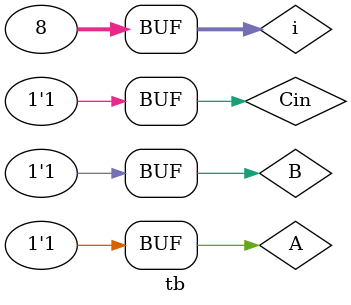
<source format=v>
module tb;
  reg A,B,Cin;
  wire Sum,Carry;
  integer i;
  
  FA uut(A,B,Cin,Sum,Carry);
  
  initial begin
    $monitor($time," A=%b B=%b Cin=%b Sum=%b Carry=%b",A,B,Cin,Sum,Carry);
    
    for(i=0;i<8;i++)
      begin
        {A,B,Cin}=i;
        #2;
      end
  end
endmodule

</source>
